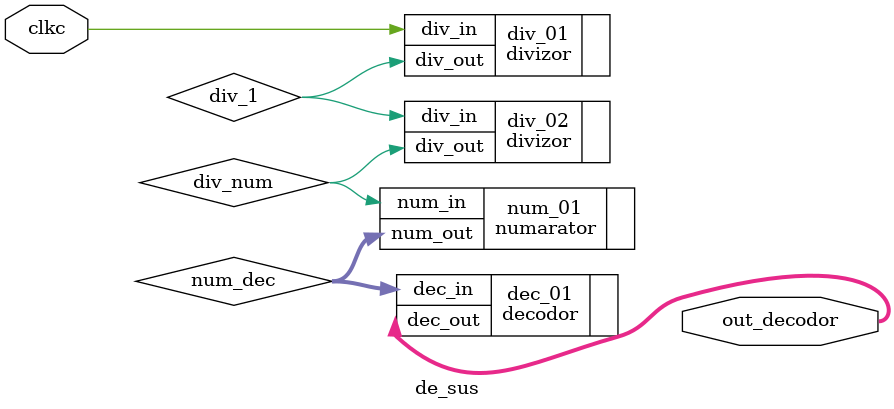
<source format=v>
module de_sus (clkc, out_decodor);
input wire clkc;
output [7:0] out_decodor;

wire div_num, div_1;
wire [3:0] num_dec;

divizor div_01(
	.div_in (clkc),
	.div_out (div_1));

divizor div_02(
	.div_in (div_1),
	.div_out (div_num));

numarator  num_01(
	.num_in	(div_num), 
	.num_out	(num_dec));
	
decodor dec_01(
	.dec_in	(num_dec), 
	.dec_out	(out_decodor));
endmodule

</source>
